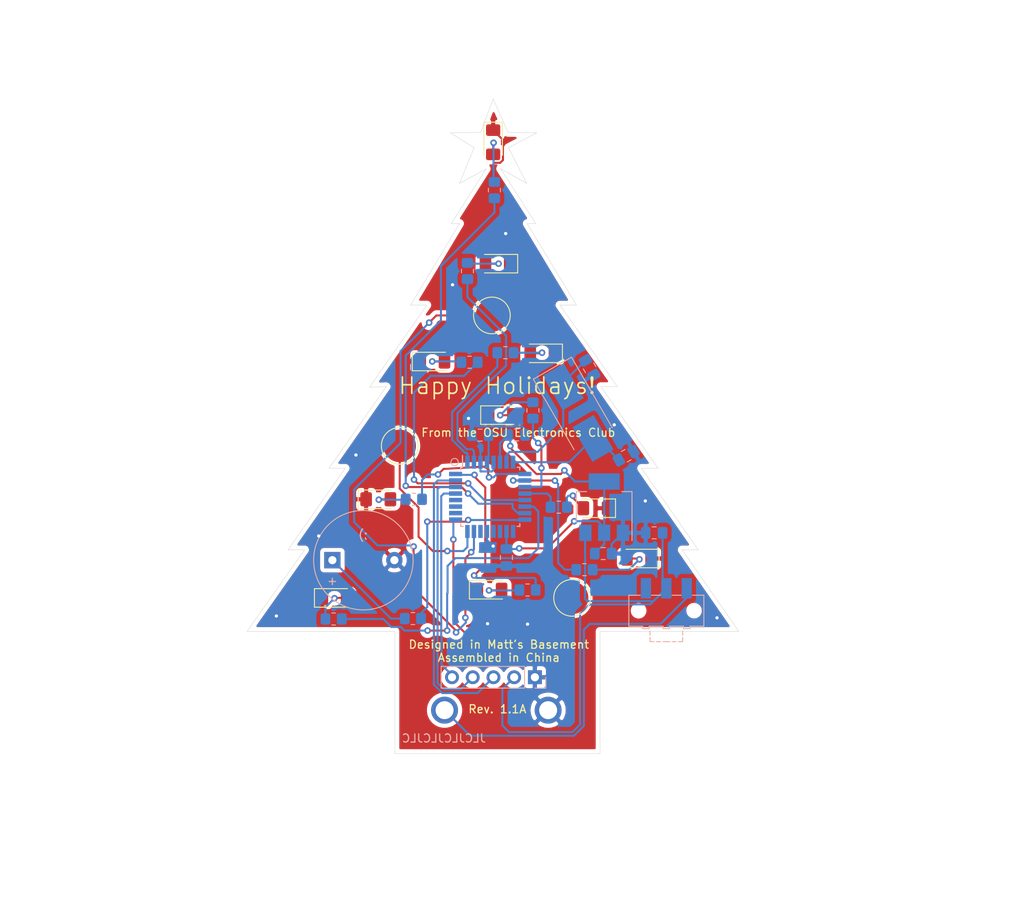
<source format=kicad_pcb>
(kicad_pcb (version 20171130) (host pcbnew "(5.1.12-1-10_14)")
  (layers (0 F.Cu signal) (31 B.Cu signal hide) (34 B.Paste user hide) (35 F.Paste user hide) (36 B.SilkS user) (37 F.SilkS user hide) (38 B.Mask user hide) (39 F.Mask user hide) (44 Edge.Cuts user))
  (net 0 "")
  (net 1 "Net-(BT1-Pad1)")
  (net 2 GND)
  (net 3 "Net-(BZ1-Pad1)")
  (net 4 VCC)
  (net 5 +5V)
  (net 6 "Net-(C6-Pad2)")
  (net 7 "Net-(C7-Pad2)")
  (net 8 "Net-(D1-Pad2)")
  (net 9 "Net-(D2-Pad2)")
  (net 10 "Net-(D3-Pad2)")
  (net 11 "Net-(D4-Pad2)")
  (net 12 "Net-(D5-Pad2)")
  (net 13 "Net-(D6-Pad2)")
  (net 14 "Net-(D7-Pad2)")
  (net 15 "Net-(D8-Pad2)")
  (net 16 "Net-(D9-Pad2)")
  (net 17 "Net-(D10-Pad2)")
  (net 18 /328_RX)
  (net 19 /328_TX)
  (net 20 /RESET)
  (net 21 /D11MOSI)
  (net 22 /D10)
  (net 23 /D9)
  (net 24 /D8)
  (net 25 /D7)
  (net 26 /D6)
  (net 27 /D5)
  (net 28 /D4)
  (net 29 /D3)
  (net 30 /D2)
  (net 31 /D12MISO)
  (net 32 /D13SCK)
  (net 33 "Net-(U3-Pad19)")
  (net 34 "Net-(U3-Pad20)")
  (net 35 "Net-(U3-Pad22)")
  (net 36 /D14)
  (net 37 /D15)
  (net 38 /D16)
  (net 39 /D17)
  (net 40 /D18)
  (net 41 /D19)
  (module Crystal:Crystal_SMD_7050-2Pin_7.0x5.0mm_HandSoldering (layer B.Cu) (at 192.3834 91.276207 300)
    (fp_text reference Y1 hide)
    (fp_text value 16MHz)
    (pad 2 smd rect (at 3.65 0 300) (size 4.9 3) (layers B.Cu B.Paste B.Mask) (net 7 "Net-(C7-Pad2)"))
    (pad 1 smd rect (at -3.65 0 300) (size 4.9 3) (layers B.Cu B.Paste B.Mask) (net 6 "Net-(C6-Pad2)"))
  )
  (module "Electronics Club:9V Snap" (layer B.Cu) (at 173.4693 125.2347)
    (fp_text reference BT1 hide)
    (fp_text value "9V Battery")
    (pad 1 thru_hole circle (at 2.54 2.54) (size 3.3 3.3) (drill 2.2) (layers *.Cu *.Mask) (net 1 "Net-(BT1-Pad1)"))
    (pad 2 thru_hole circle (at 15.24 2.54) (size 3.3 3.3) (drill 2.2) (layers *.Cu *.Mask) (net 2 GND))
  )
  (module Buzzer_Beeper:Buzzer_12x9.5RM7.6 (layer B.Cu) (at 162.2552 109.3724)
    (fp_text reference BZ1 hide)
    (fp_text value Buzzer)
    (fp_text user + (at -0.01 2.54) (layer B.SilkS) (effects (justify mirror)))
    (pad 1 thru_hole rect (at 0 0) (size 2 2) (drill 1) (layers *.Cu *.Mask) (net 3 "Net-(BZ1-Pad1)"))
    (pad 2 thru_hole circle (at 7.6 0) (size 2 2) (drill 1) (layers *.Cu *.Mask) (net 2 GND))
  )
  (module Capacitor_SMD:C_0805_2012Metric_Pad1.18x1.45mm_HandSolder (layer B.Cu) (at 201.7053 106.0196 180)
    (fp_text reference C1 hide)
    (fp_text value 1uF)
    (pad 2 smd roundrect (at 1.0375 0 180) (size 1.175 1.45) (layers B.Cu B.Paste B.Mask) (roundrect_rratio 0.2127659574468085) (net 2 GND))
    (pad 1 smd roundrect (at -1.0375 0 180) (size 1.175 1.45) (layers B.Cu B.Paste B.Mask) (roundrect_rratio 0.2127659574468085) (net 4 VCC))
  )
  (module Capacitor_SMD:C_0805_2012Metric_Pad1.18x1.45mm_HandSolder (layer B.Cu) (at 195.4569 108.5596)
    (fp_text reference C2 hide)
    (fp_text value 4.7uF)
    (pad 1 smd roundrect (at -1.0375 0) (size 1.175 1.45) (layers B.Cu B.Paste B.Mask) (roundrect_rratio 0.2127659574468085) (net 5 +5V))
    (pad 2 smd roundrect (at 1.0375 0) (size 1.175 1.45) (layers B.Cu B.Paste B.Mask) (roundrect_rratio 0.2127659574468085) (net 2 GND))
  )
  (module Capacitor_SMD:C_0805_2012Metric_Pad1.18x1.45mm_HandSolder (layer B.Cu) (at 184.8358 94.0054)
    (fp_text reference C3 hide)
    (fp_text value 1uF)
    (pad 2 smd roundrect (at 1.0375 0) (size 1.175 1.45) (layers B.Cu B.Paste B.Mask) (roundrect_rratio 0.2127659574468085) (net 2 GND))
    (pad 1 smd roundrect (at -1.0375 0) (size 1.175 1.45) (layers B.Cu B.Paste B.Mask) (roundrect_rratio 0.2127659574468085) (net 5 +5V))
  )
  (module Capacitor_SMD:C_0805_2012Metric_Pad1.18x1.45mm_HandSolder (layer B.Cu) (at 183.5912 109.0461 270)
    (fp_text reference C4 hide)
    (fp_text value 1uF)
    (pad 1 smd roundrect (at -1.0375 0 270) (size 1.175 1.45) (layers B.Cu B.Paste B.Mask) (roundrect_rratio 0.2127659574468085) (net 5 +5V))
    (pad 2 smd roundrect (at 1.0375 0 270) (size 1.175 1.45) (layers B.Cu B.Paste B.Mask) (roundrect_rratio 0.2127659574468085) (net 2 GND))
  )
  (module Capacitor_SMD:C_0805_2012Metric_Pad1.18x1.45mm_HandSolder (layer B.Cu) (at 180.3693 94.0308 180)
    (fp_text reference C5 hide)
    (fp_text value 1uF)
    (pad 2 smd roundrect (at 1.0375 0 180) (size 1.175 1.45) (layers B.Cu B.Paste B.Mask) (roundrect_rratio 0.2127659574468085) (net 2 GND))
    (pad 1 smd roundrect (at -1.0375 0 180) (size 1.175 1.45) (layers B.Cu B.Paste B.Mask) (roundrect_rratio 0.2127659574468085) (net 5 +5V))
  )
  (module Capacitor_SMD:C_0805_2012Metric_Pad1.18x1.45mm_HandSolder (layer B.Cu) (at 193.79125 85.766299 120)
    (fp_text reference C6 hide)
    (fp_text value 18pF)
    (pad 1 smd roundrect (at -1.0375 0 120) (size 1.175 1.45) (layers B.Cu B.Paste B.Mask) (roundrect_rratio 0.2127659574468085) (net 2 GND))
    (pad 2 smd roundrect (at 1.0375 0 120) (size 1.175 1.45) (layers B.Cu B.Paste B.Mask) (roundrect_rratio 0.2127659574468085) (net 6 "Net-(C6-Pad2)"))
  )
  (module Capacitor_SMD:C_0805_2012Metric_Pad1.18x1.45mm_HandSolder (layer B.Cu) (at 198.275599 96.55615 210)
    (fp_text reference C7 hide)
    (fp_text value 18pF)
    (pad 1 smd roundrect (at -1.0375 0 210) (size 1.175 1.45) (layers B.Cu B.Paste B.Mask) (roundrect_rratio 0.2127659574468085) (net 2 GND))
    (pad 2 smd roundrect (at 1.0375 0 210) (size 1.175 1.45) (layers B.Cu B.Paste B.Mask) (roundrect_rratio 0.2127659574468085) (net 7 "Net-(C7-Pad2)"))
  )
  (module LED_SMD:LED_1206_3216Metric_Pad1.42x1.75mm_HandSolder (layer F.Cu) (at 181.9656 58.1009 270)
    (fp_text reference D1 hide)
    (fp_text value STAR_LED)
    (pad 1 smd roundrect (at -1.4875 0 270) (size 1.425 1.75) (layers F.Cu F.Paste F.Mask) (roundrect_rratio 0.1754385964912281) (net 2 GND))
    (pad 2 smd roundrect (at 1.4875 0 270) (size 1.425 1.75) (layers F.Cu F.Paste F.Mask) (roundrect_rratio 0.1754385964912281) (net 8 "Net-(D1-Pad2)"))
  )
  (module LED_SMD:LED_1206_3216Metric_Pad1.42x1.75mm_HandSolder (layer F.Cu) (at 162.5125 114)
    (fp_text reference D2 hide)
    (fp_text value LED_Y)
    (pad 2 smd roundrect (at 1.4875 0) (size 1.425 1.75) (layers F.Cu F.Paste F.Mask) (roundrect_rratio 0.1754385964912281) (net 9 "Net-(D2-Pad2)"))
    (pad 1 smd roundrect (at -1.4875 0) (size 1.425 1.75) (layers F.Cu F.Paste F.Mask) (roundrect_rratio 0.1754385964912281) (net 2 GND))
  )
  (module LED_SMD:LED_1206_3216Metric_Pad1.42x1.75mm_HandSolder (layer F.Cu) (at 174.5125 85)
    (fp_text reference D3 hide)
    (fp_text value LED_Y)
    (pad 1 smd roundrect (at -1.4875 0) (size 1.425 1.75) (layers F.Cu F.Paste F.Mask) (roundrect_rratio 0.1754385964912281) (net 2 GND))
    (pad 2 smd roundrect (at 1.4875 0) (size 1.425 1.75) (layers F.Cu F.Paste F.Mask) (roundrect_rratio 0.1754385964912281) (net 10 "Net-(D3-Pad2)"))
  )
  (module LED_SMD:LED_1206_3216Metric_Pad1.42x1.75mm_HandSolder (layer F.Cu) (at 194.5125 103 180)
    (fp_text reference D4 hide)
    (fp_text value LED_Y hide)
    (pad 2 smd roundrect (at 1.4875 0 180) (size 1.425 1.75) (layers F.Cu F.Paste F.Mask) (roundrect_rratio 0.1754385964912281) (net 11 "Net-(D4-Pad2)"))
    (pad 1 smd roundrect (at -1.4875 0 180) (size 1.425 1.75) (layers F.Cu F.Paste F.Mask) (roundrect_rratio 0.1754385964912281) (net 2 GND))
  )
  (module LED_SMD:LED_1206_3216Metric_Pad1.42x1.75mm_HandSolder (layer F.Cu) (at 182.9001 91.5776)
    (fp_text reference D5 hide)
    (fp_text value LED_R)
    (pad 1 smd roundrect (at -1.4875 0) (size 1.425 1.75) (layers F.Cu F.Paste F.Mask) (roundrect_rratio 0.1754385964912281) (net 2 GND))
    (pad 2 smd roundrect (at 1.4875 0) (size 1.425 1.75) (layers F.Cu F.Paste F.Mask) (roundrect_rratio 0.1754385964912281) (net 12 "Net-(D5-Pad2)"))
  )
  (module LED_SMD:LED_1206_3216Metric_Pad1.42x1.75mm_HandSolder (layer F.Cu) (at 199.8472 109.1692 180)
    (fp_text reference D6 hide)
    (fp_text value LED_R)
    (pad 2 smd roundrect (at 1.4875 0 180) (size 1.425 1.75) (layers F.Cu F.Paste F.Mask) (roundrect_rratio 0.1754385964912281) (net 13 "Net-(D6-Pad2)"))
    (pad 1 smd roundrect (at -1.4875 0 180) (size 1.425 1.75) (layers F.Cu F.Paste F.Mask) (roundrect_rratio 0.1754385964912281) (net 2 GND))
  )
  (module LED_SMD:LED_1206_3216Metric_Pad1.42x1.75mm_HandSolder (layer F.Cu) (at 167.8797 101.9048)
    (fp_text reference D7 hide)
    (fp_text value LED_G)
    (pad 1 smd roundrect (at -1.4875 0) (size 1.425 1.75) (layers F.Cu F.Paste F.Mask) (roundrect_rratio 0.1754385964912281) (net 2 GND))
    (pad 2 smd roundrect (at 1.4875 0) (size 1.425 1.75) (layers F.Cu F.Paste F.Mask) (roundrect_rratio 0.1754385964912281) (net 14 "Net-(D7-Pad2)"))
  )
  (module LED_SMD:LED_1206_3216Metric_Pad1.42x1.75mm_HandSolder (layer F.Cu) (at 182.5125 73 180)
    (fp_text reference D8 hide)
    (fp_text value LED_G)
    (pad 2 smd roundrect (at 1.4875 0 180) (size 1.425 1.75) (layers F.Cu F.Paste F.Mask) (roundrect_rratio 0.1754385964912281) (net 15 "Net-(D8-Pad2)"))
    (pad 1 smd roundrect (at -1.4875 0 180) (size 1.425 1.75) (layers F.Cu F.Paste F.Mask) (roundrect_rratio 0.1754385964912281) (net 2 GND))
  )
  (module LED_SMD:LED_1206_3216Metric_Pad1.42x1.75mm_HandSolder (layer F.Cu) (at 188 84 180)
    (fp_text reference D9 hide)
    (fp_text value LED_B)
    (pad 1 smd roundrect (at -1.4875 0 180) (size 1.425 1.75) (layers F.Cu F.Paste F.Mask) (roundrect_rratio 0.1754385964912281) (net 2 GND))
    (pad 2 smd roundrect (at 1.4875 0 180) (size 1.425 1.75) (layers F.Cu F.Paste F.Mask) (roundrect_rratio 0.1754385964912281) (net 16 "Net-(D9-Pad2)"))
  )
  (module LED_SMD:LED_1206_3216Metric_Pad1.42x1.75mm_HandSolder (layer F.Cu) (at 181.5125 113)
    (fp_text reference D10 hide)
    (fp_text value LED_B)
    (pad 2 smd roundrect (at 1.4875 0) (size 1.425 1.75) (layers F.Cu F.Paste F.Mask) (roundrect_rratio 0.1754385964912281) (net 17 "Net-(D10-Pad2)"))
    (pad 1 smd roundrect (at -1.4875 0) (size 1.425 1.75) (layers F.Cu F.Paste F.Mask) (roundrect_rratio 0.1754385964912281) (net 2 GND))
  )
  (module Resistor_SMD:R_0805_2012Metric_Pad1.20x1.40mm_HandSolder (layer B.Cu) (at 182.118 63.9732 90)
    (fp_text reference R1 hide)
    (fp_text value 100)
    (pad 1 smd roundrect (at -1 0 90) (size 1.2 1.4) (layers B.Cu B.Paste B.Mask) (roundrect_rratio 0.2083325) (net 21 /D11MOSI))
    (pad 2 smd roundrect (at 1 0 90) (size 1.2 1.4) (layers B.Cu B.Paste B.Mask) (roundrect_rratio 0.2083325) (net 8 "Net-(D1-Pad2)"))
  )
  (module Resistor_SMD:R_0805_2012Metric_Pad1.20x1.40mm_HandSolder (layer B.Cu) (at 162.4076 116.586 180)
    (fp_text reference R2 hide)
    (fp_text value 100)
    (pad 2 smd roundrect (at 1 0 180) (size 1.2 1.4) (layers B.Cu B.Paste B.Mask) (roundrect_rratio 0.2083325) (net 9 "Net-(D2-Pad2)"))
    (pad 1 smd roundrect (at -1 0 180) (size 1.2 1.4) (layers B.Cu B.Paste B.Mask) (roundrect_rratio 0.2083325) (net 22 /D10))
  )
  (module Resistor_SMD:R_0805_2012Metric_Pad1.20x1.40mm_HandSolder (layer B.Cu) (at 179.07 85.09 180)
    (fp_text reference R3 hide)
    (fp_text value 100)
    (pad 1 smd roundrect (at -1 0 180) (size 1.2 1.4) (layers B.Cu B.Paste B.Mask) (roundrect_rratio 0.2083325) (net 23 /D9))
    (pad 2 smd roundrect (at 1 0 180) (size 1.2 1.4) (layers B.Cu B.Paste B.Mask) (roundrect_rratio 0.2083325) (net 10 "Net-(D3-Pad2)"))
  )
  (module Resistor_SMD:R_0805_2012Metric_Pad1.20x1.40mm_HandSolder (layer B.Cu) (at 190.008 102.87)
    (fp_text reference R4 hide)
    (fp_text value 100)
    (pad 2 smd roundrect (at 1 0) (size 1.2 1.4) (layers B.Cu B.Paste B.Mask) (roundrect_rratio 0.2083325) (net 11 "Net-(D4-Pad2)"))
    (pad 1 smd roundrect (at -1 0) (size 1.2 1.4) (layers B.Cu B.Paste B.Mask) (roundrect_rratio 0.2083325) (net 24 /D8))
  )
  (module Resistor_SMD:R_0805_2012Metric_Pad1.20x1.40mm_HandSolder (layer B.Cu) (at 186.8424 90.9988 90)
    (fp_text reference R5 hide)
    (fp_text value 1k)
    (pad 1 smd roundrect (at -1 0 90) (size 1.2 1.4) (layers B.Cu B.Paste B.Mask) (roundrect_rratio 0.2083325) (net 25 /D7))
    (pad 2 smd roundrect (at 1 0 90) (size 1.2 1.4) (layers B.Cu B.Paste B.Mask) (roundrect_rratio 0.2083325) (net 12 "Net-(D5-Pad2)"))
  )
  (module Resistor_SMD:R_0805_2012Metric_Pad1.20x1.40mm_HandSolder (layer B.Cu) (at 193.1576 110.5408)
    (fp_text reference R6 hide)
    (fp_text value 1k)
    (pad 2 smd roundrect (at 1 0) (size 1.2 1.4) (layers B.Cu B.Paste B.Mask) (roundrect_rratio 0.2083325) (net 13 "Net-(D6-Pad2)"))
    (pad 1 smd roundrect (at -1 0) (size 1.2 1.4) (layers B.Cu B.Paste B.Mask) (roundrect_rratio 0.2083325) (net 26 /D6))
  )
  (module Resistor_SMD:R_0805_2012Metric_Pad1.20x1.40mm_HandSolder (layer B.Cu) (at 172.2468 101.9048 180)
    (fp_text reference R7 hide)
    (fp_text value 4.7k)
    (pad 1 smd roundrect (at -1 0 180) (size 1.2 1.4) (layers B.Cu B.Paste B.Mask) (roundrect_rratio 0.2083325) (net 27 /D5))
    (pad 2 smd roundrect (at 1 0 180) (size 1.2 1.4) (layers B.Cu B.Paste B.Mask) (roundrect_rratio 0.2083325) (net 14 "Net-(D7-Pad2)"))
  )
  (module Resistor_SMD:R_0805_2012Metric_Pad1.20x1.40mm_HandSolder (layer B.Cu) (at 178.816 73.898 90)
    (fp_text reference R8 hide)
    (fp_text value 4.7k)
    (pad 2 smd roundrect (at 1 0 90) (size 1.2 1.4) (layers B.Cu B.Paste B.Mask) (roundrect_rratio 0.2083325) (net 15 "Net-(D8-Pad2)"))
    (pad 1 smd roundrect (at -1 0 90) (size 1.2 1.4) (layers B.Cu B.Paste B.Mask) (roundrect_rratio 0.2083325) (net 28 /D4))
  )
  (module Resistor_SMD:R_0805_2012Metric_Pad1.20x1.40mm_HandSolder (layer B.Cu) (at 183.4736 83.9216)
    (fp_text reference R9 hide)
    (fp_text value 330)
    (pad 1 smd roundrect (at -1 0) (size 1.2 1.4) (layers B.Cu B.Paste B.Mask) (roundrect_rratio 0.2083325) (net 29 /D3))
    (pad 2 smd roundrect (at 1 0) (size 1.2 1.4) (layers B.Cu B.Paste B.Mask) (roundrect_rratio 0.2083325) (net 16 "Net-(D9-Pad2)"))
  )
  (module Resistor_SMD:R_0805_2012Metric_Pad1.20x1.40mm_HandSolder (layer B.Cu) (at 186.182 113.03 180)
    (fp_text reference R10 hide)
    (fp_text value 330)
    (pad 2 smd roundrect (at 1 0 180) (size 1.2 1.4) (layers B.Cu B.Paste B.Mask) (roundrect_rratio 0.2083325) (net 17 "Net-(D10-Pad2)"))
    (pad 1 smd roundrect (at -1 0 180) (size 1.2 1.4) (layers B.Cu B.Paste B.Mask) (roundrect_rratio 0.2083325) (net 30 /D2))
  )
  (module Resistor_SMD:R_0805_2012Metric_Pad1.20x1.40mm_HandSolder (layer B.Cu) (at 172.1264 116.5352 180)
    (fp_text reference R11 hide)
    (fp_text value 100)
    (pad 1 smd roundrect (at -1 0 180) (size 1.2 1.4) (layers B.Cu B.Paste B.Mask) (roundrect_rratio 0.2083325) (net 31 /D12MISO))
    (pad 2 smd roundrect (at 1 0 180) (size 1.2 1.4) (layers B.Cu B.Paste B.Mask) (roundrect_rratio 0.2083325) (net 3 "Net-(BZ1-Pad1)"))
  )
  (module Button_Switch_SMD:SW_SPDT_CK-JS102011SAQN (layer B.Cu) (at 203.2 115.57 180)
    (fp_text reference SW1 hide)
    (fp_text value "Power Switch")
    (pad 1 smd rect (at -2.5 2.75 180) (size 1.25 2.5) (layers B.Cu B.Paste B.Mask) (net 1 "Net-(BT1-Pad1)"))
    (pad 2 smd rect (at 0 2.75 180) (size 1.25 2.5) (layers B.Cu B.Paste B.Mask) (net 4 VCC))
    (pad 3 smd rect (at 2.5 2.75 180) (size 1.25 2.5) (layers B.Cu B.Paste B.Mask))
    (pad "" np_thru_hole circle (at -3.4 0 180) (size 0.9 0.9) (drill 0.9) (layers *.Cu *.Mask))
    (pad "" np_thru_hole circle (at 3.4 0 180) (size 0.9 0.9) (drill 0.9) (layers *.Cu *.Mask))
  )
  (module Package_TO_SOT_SMD:SOT-223-3_TabPin2 (layer B.Cu) (at 195.58 102.87 90)
    (fp_text reference U2 hide)
    (fp_text value LD1117S50TR_SOT223)
    (pad 2 smd rect (at 3.15 0 90) (size 2 3.8) (layers B.Cu B.Paste B.Mask) (net 5 +5V))
    (pad 2 smd rect (at -3.15 0 90) (size 2 1.5) (layers B.Cu B.Paste B.Mask) (net 5 +5V))
    (pad 3 smd rect (at -3.15 -2.3 90) (size 2 1.5) (layers B.Cu B.Paste B.Mask) (net 4 VCC))
    (pad 1 smd rect (at -3.15 2.3 90) (size 2 1.5) (layers B.Cu B.Paste B.Mask) (net 2 GND))
  )
  (module Package_QFP:TQFP-32_7x7mm_P0.8mm (layer B.Cu) (at 181.61 101.6 270)
    (fp_text reference U3 hide)
    (fp_text value ATmega328P-AU)
    (pad 1 smd rect (at -4.25 2.8 270) (size 1.6 0.55) (layers B.Cu B.Paste B.Mask) (net 29 /D3))
    (pad 2 smd rect (at -4.25 2 270) (size 1.6 0.55) (layers B.Cu B.Paste B.Mask) (net 28 /D4))
    (pad 3 smd rect (at -4.25 1.2 270) (size 1.6 0.55) (layers B.Cu B.Paste B.Mask) (net 2 GND))
    (pad 4 smd rect (at -4.25 0.4 270) (size 1.6 0.55) (layers B.Cu B.Paste B.Mask) (net 5 +5V))
    (pad 5 smd rect (at -4.25 -0.4 270) (size 1.6 0.55) (layers B.Cu B.Paste B.Mask) (net 2 GND))
    (pad 6 smd rect (at -4.25 -1.2 270) (size 1.6 0.55) (layers B.Cu B.Paste B.Mask) (net 5 +5V))
    (pad 7 smd rect (at -4.25 -2 270) (size 1.6 0.55) (layers B.Cu B.Paste B.Mask) (net 6 "Net-(C6-Pad2)"))
    (pad 8 smd rect (at -4.25 -2.8 270) (size 1.6 0.55) (layers B.Cu B.Paste B.Mask) (net 7 "Net-(C7-Pad2)"))
    (pad 9 smd rect (at -2.8 -4.25 180) (size 1.6 0.55) (layers B.Cu B.Paste B.Mask) (net 27 /D5))
    (pad 10 smd rect (at -2 -4.25 180) (size 1.6 0.55) (layers B.Cu B.Paste B.Mask) (net 26 /D6))
    (pad 11 smd rect (at -1.2 -4.25 180) (size 1.6 0.55) (layers B.Cu B.Paste B.Mask) (net 25 /D7))
    (pad 12 smd rect (at -0.4 -4.25 180) (size 1.6 0.55) (layers B.Cu B.Paste B.Mask) (net 24 /D8))
    (pad 13 smd rect (at 0.4 -4.25 180) (size 1.6 0.55) (layers B.Cu B.Paste B.Mask) (net 23 /D9))
    (pad 14 smd rect (at 1.2 -4.25 180) (size 1.6 0.55) (layers B.Cu B.Paste B.Mask) (net 22 /D10))
    (pad 15 smd rect (at 2 -4.25 180) (size 1.6 0.55) (layers B.Cu B.Paste B.Mask) (net 21 /D11MOSI))
    (pad 16 smd rect (at 2.8 -4.25 180) (size 1.6 0.55) (layers B.Cu B.Paste B.Mask) (net 31 /D12MISO))
    (pad 17 smd rect (at 4.25 -2.8 270) (size 1.6 0.55) (layers B.Cu B.Paste B.Mask) (net 32 /D13SCK))
    (pad 18 smd rect (at 4.25 -2 270) (size 1.6 0.55) (layers B.Cu B.Paste B.Mask) (net 5 +5V))
    (pad 19 smd rect (at 4.25 -1.2 270) (size 1.6 0.55) (layers B.Cu B.Paste B.Mask) (net 33 "Net-(U3-Pad19)"))
    (pad 20 smd rect (at 4.25 -0.4 270) (size 1.6 0.55) (layers B.Cu B.Paste B.Mask) (net 34 "Net-(U3-Pad20)"))
    (pad 21 smd rect (at 4.25 0.4 270) (size 1.6 0.55) (layers B.Cu B.Paste B.Mask) (net 2 GND))
    (pad 22 smd rect (at 4.25 1.2 270) (size 1.6 0.55) (layers B.Cu B.Paste B.Mask) (net 35 "Net-(U3-Pad22)"))
    (pad 23 smd rect (at 4.25 2 270) (size 1.6 0.55) (layers B.Cu B.Paste B.Mask) (net 36 /D14))
    (pad 24 smd rect (at 4.25 2.8 270) (size 1.6 0.55) (layers B.Cu B.Paste B.Mask) (net 37 /D15))
    (pad 25 smd rect (at 2.8 4.25 180) (size 1.6 0.55) (layers B.Cu B.Paste B.Mask) (net 38 /D16))
    (pad 26 smd rect (at 2 4.25 180) (size 1.6 0.55) (layers B.Cu B.Paste B.Mask) (net 39 /D17))
    (pad 27 smd rect (at 1.2 4.25 180) (size 1.6 0.55) (layers B.Cu B.Paste B.Mask) (net 40 /D18))
    (pad 28 smd rect (at 0.4 4.25 180) (size 1.6 0.55) (layers B.Cu B.Paste B.Mask) (net 41 /D19))
    (pad 29 smd rect (at -0.4 4.25 180) (size 1.6 0.55) (layers B.Cu B.Paste B.Mask) (net 20 /RESET))
    (pad 30 smd rect (at -1.2 4.25 180) (size 1.6 0.55) (layers B.Cu B.Paste B.Mask) (net 18 /328_RX))
    (pad 31 smd rect (at -2 4.25 180) (size 1.6 0.55) (layers B.Cu B.Paste B.Mask) (net 19 /328_TX))
    (pad 32 smd rect (at -2.8 4.25 180) (size 1.6 0.55) (layers B.Cu B.Paste B.Mask) (net 30 /D2))
  )
  (module TestPoint:TestPoint_Pad_D4.0mm (layer F.Cu) (at 181.8132 79.3496)
    (fp_text reference TP1 hide)
    (fp_text value TestPoint)
    (pad 1 smd circle (at 0 0) (size 4 4) (layers F.Cu F.Mask) (net 36 /D14))
  )
  (module TestPoint:TestPoint_Pad_D4.0mm (layer F.Cu) (at 170.5102 95.3516)
    (fp_text reference TP2 hide)
    (fp_text value TestPoint)
    (pad 1 smd circle (at 0 0) (size 4 4) (layers F.Cu F.Mask) (net 37 /D15))
  )
  (module TestPoint:TestPoint_Pad_D4.0mm (layer F.Cu) (at 191.643 113.9952)
    (fp_text reference TP3 hide)
    (fp_text value TestPoint)
    (pad 1 smd circle (at 0 0) (size 4 4) (layers F.Cu F.Mask) (net 38 /D16))
  )
  (module Connector_PinHeader_2.54mm:PinHeader_1x05_P2.54mm_Vertical (layer B.Cu) (at 187.0837 123.7361 90)
    (fp_text reference J1 hide)
    (fp_text value Conn_01x05_Female)
    (pad 1 thru_hole rect (at 0 0 90) (size 1.7 1.7) (drill 1) (layers *.Cu *.Mask) (net 2 GND))
    (pad 2 thru_hole oval (at 0 -2.54 90) (size 1.7 1.7) (drill 1) (layers *.Cu *.Mask) (net 4 VCC))
    (pad 3 thru_hole oval (at 0 -5.08 90) (size 1.7 1.7) (drill 1) (layers *.Cu *.Mask) (net 19 /328_TX))
    (pad 4 thru_hole oval (at 0 -7.62 90) (size 1.7 1.7) (drill 1) (layers *.Cu *.Mask) (net 18 /328_RX))
    (pad 5 thru_hole oval (at 0 -10.16 90) (size 1.7 1.7) (drill 1) (layers *.Cu *.Mask) (net 20 /RESET))
  )
  (gr_text "Rev. 1.1A" (at 182.4863 127.6477) (layer F.SilkS) (effects (font (size 1 1))))
  (gr_text "Happy Holidays!" (at 182.4609 87.9856) (layer F.SilkS) (effects (font (size 2 2) (thickness 0.2))))
  (gr_circle (center 177.2412 97.3328) (end 177.6349 97.1296) (layer B.SilkS) (width 0.12))
  (gr_text JLCJLCJLCJLC (at 175.9331 131.2291) (layer B.SilkS) (effects (font (size 1 1)) (justify mirror)))
  (gr_line (start 176.8348 68.072) (end 181.1147 61.3664) (layer Edge.Cuts) (width 0.05))
  (gr_line (start 177.8508 63.1444) (end 181.1147 61.3664) (layer Edge.Cuts) (width 0.05))
  (gr_line (start 182.88 61.3537) (end 186.0804 63.1444) (layer Edge.Cuts) (width 0.05))
  (gr_line (start 187.198 68.072) (end 182.88 61.3537) (layer Edge.Cuts) (width 0.05))
  (gr_text ";)" (at 166.0144 106.2228) (layer B.SilkS) (effects (font (size 1 1)) (justify mirror)))
  (gr_text "Designed in Matt's Basement\nAssembled in China" (at 182.6641 120.523) (layer F.SilkS) (effects (font (size 1 1))))
  (gr_text "From the OSU Electronics Club" (at 185.0517 93.726) (layer F.SilkS) (effects (font (size 1 1))))
  (gr_line (start 169.926 118.11) (end 169.926 133.096) (layer Edge.Cuts) (width 0.05))
  (gr_line (start 151.7904 118.11) (end 169.926 118.11) (layer Edge.Cuts) (width 0.05))
  (gr_line (start 158.8516 108.1024) (end 151.7904 118.11) (layer Edge.Cuts) (width 0.05))
  (gr_line (start 156.8196 108.1024) (end 158.8516 108.1024) (layer Edge.Cuts) (width 0.05))
  (gr_line (start 163.83 98.0948) (end 156.8196 108.1024) (layer Edge.Cuts) (width 0.05))
  (gr_line (start 161.8488 98.0948) (end 163.83 98.0948) (layer Edge.Cuts) (width 0.05))
  (gr_line (start 168.8592 88.0872) (end 161.8488 98.0948) (layer Edge.Cuts) (width 0.05))
  (gr_line (start 166.8272 88.138) (end 168.8592 88.0872) (layer Edge.Cuts) (width 0.05))
  (gr_line (start 173.8376 78.0796) (end 166.8272 88.138) (layer Edge.Cuts) (width 0.05))
  (gr_line (start 171.8564 78.0796) (end 173.8376 78.0796) (layer Edge.Cuts) (width 0.05))
  (gr_line (start 177.8508 68.072) (end 171.8564 78.0796) (layer Edge.Cuts) (width 0.05))
  (gr_line (start 176.8348 68.072) (end 177.8508 68.072) (layer Edge.Cuts) (width 0.05))
  (gr_line (start 179.6288 58.7756) (end 177.8508 63.1444) (layer Edge.Cuts) (width 0.05))
  (gr_line (start 176.7332 56.9468) (end 179.6288 58.7756) (layer Edge.Cuts) (width 0.05))
  (gr_line (start 180.4416 56.896) (end 176.7332 56.9468) (layer Edge.Cuts) (width 0.05))
  (gr_line (start 181.9656 52.7812) (end 180.4416 56.896) (layer Edge.Cuts) (width 0.05))
  (gr_line (start 183.7944 56.896) (end 181.9656 52.7812) (layer Edge.Cuts) (width 0.05))
  (gr_line (start 187.2996 56.9468) (end 183.7944 56.896) (layer Edge.Cuts) (width 0.05))
  (gr_line (start 183.8452 58.7756) (end 187.2996 56.9468) (layer Edge.Cuts) (width 0.05))
  (gr_line (start 186.0804 63.1444) (end 183.8452 58.7756) (layer Edge.Cuts) (width 0.05))
  (gr_line (start 186.1312 68.072) (end 187.198 68.072) (layer Edge.Cuts) (width 0.05))
  (gr_line (start 192.1764 78.0796) (end 186.1312 68.072) (layer Edge.Cuts) (width 0.05))
  (gr_line (start 190.1444 78.0796) (end 192.1764 78.0796) (layer Edge.Cuts) (width 0.05))
  (gr_line (start 197.2056 88.0872) (end 190.1444 78.0796) (layer Edge.Cuts) (width 0.05))
  (gr_line (start 195.1736 88.0872) (end 197.2056 88.0872) (layer Edge.Cuts) (width 0.05))
  (gr_line (start 202.184 98.0948) (end 195.1736 88.0872) (layer Edge.Cuts) (width 0.05))
  (gr_line (start 200.152 98.0948) (end 202.184 98.0948) (layer Edge.Cuts) (width 0.05))
  (gr_line (start 207.1116 108.1024) (end 200.152 98.0948) (layer Edge.Cuts) (width 0.05))
  (gr_line (start 205.1304 108.1024) (end 207.1116 108.1024) (layer Edge.Cuts) (width 0.05))
  (gr_line (start 212.09 118.11) (end 205.1304 108.1024) (layer Edge.Cuts) (width 0.05))
  (gr_line (start 195.072 118.11) (end 212.09 118.11) (layer Edge.Cuts) (width 0.05))
  (gr_line (start 195.072 133.096) (end 195.072 118.11) (layer Edge.Cuts) (width 0.05))
  (gr_line (start 169.926 133.096) (end 195.072 133.096) (layer Edge.Cuts) (width 0.05))
  (segment (start 205.7 112.82) (end 205.7 113.832) (width 0.25) (layer B.Cu) (net 1))
  (segment (start 193.0908 129.6924) (end 191.8716 130.9116) (width 0.25) (layer B.Cu) (net 1))
  (segment (start 193.0908 117.9068) (end 193.0908 129.6924) (width 0.25) (layer B.Cu) (net 1))
  (segment (start 193.802 117.1956) (end 193.0908 117.9068) (width 0.25) (layer B.Cu) (net 1))
  (segment (start 179.1462 130.9116) (end 176.0093 127.7747) (width 0.25) (layer B.Cu) (net 1))
  (segment (start 191.8716 130.9116) (end 179.1462 130.9116) (width 0.25) (layer B.Cu) (net 1))
  (segment (start 202.4888 117.1956) (end 193.802 117.1956) (width 0.25) (layer B.Cu) (net 1))
  (segment (start 205.7 113.9844) (end 202.4888 117.1956) (width 0.25) (layer B.Cu) (net 1))
  (segment (start 205.7 112.82) (end 205.7 113.9844) (width 0.25) (layer B.Cu) (net 1))
  (segment (start 197.8804 106.0196) (end 197.88 106.02) (width 0.25) (layer B.Cu) (net 2))
  (segment (start 200.6678 106.0196) (end 197.8804 106.0196) (width 0.25) (layer B.Cu) (net 2))
  (segment (start 196.4944 107.4056) (end 197.88 106.02) (width 0.25) (layer B.Cu) (net 2))
  (segment (start 196.4944 108.5596) (end 196.4944 107.4056) (width 0.25) (layer B.Cu) (net 2))
  (segment (start 180.41 95.109) (end 179.3318 94.0308) (width 0.25) (layer B.Cu) (net 2))
  (segment (start 180.41 97.35) (end 180.41 95.109) (width 0.25) (layer B.Cu) (net 2))
  (segment (start 185.8733 94.0054) (end 185.8733 93.3157) (width 0.25) (layer B.Cu) (net 2))
  (segment (start 185.51299 92.95539) (end 179.51041 92.95539) (width 0.25) (layer B.Cu) (net 2))
  (segment (start 185.8733 93.3157) (end 185.51299 92.95539) (width 0.25) (layer B.Cu) (net 2))
  (segment (start 179.3318 93.134) (end 179.3318 94.0308) (width 0.25) (layer B.Cu) (net 2))
  (segment (start 179.51041 92.95539) (end 179.3318 93.134) (width 0.25) (layer B.Cu) (net 2))
  (via (at 183.5023 69.3039) (size 0.8) (drill 0.4) (layers F.Cu B.Cu) (net 2))
  (via (at 176.9872 75.5904) (size 0.8) (drill 0.4) (layers F.Cu B.Cu) (net 2))
  (via (at 196.8119 92.7735) (size 0.8) (drill 0.4) (layers F.Cu B.Cu) (net 2))
  (via (at 200.6219 102.108) (size 0.8) (drill 0.4) (layers F.Cu B.Cu) (net 2))
  (via (at 209.4103 116.4463) (size 0.8) (drill 0.4) (layers F.Cu B.Cu) (net 2))
  (via (at 155.3845 116.2177) (size 0.8) (drill 0.4) (layers F.Cu B.Cu) (net 2))
  (via (at 160.5788 106.4006) (size 0.8) (drill 0.4) (layers F.Cu B.Cu) (net 2))
  (via (at 165.1381 96.4692) (size 0.8) (drill 0.4) (layers F.Cu B.Cu) (net 2))
  (via (at 181.2798 117.1702) (size 0.8) (drill 0.4) (layers F.Cu B.Cu) (net 2))
  (via (at 186.182 117.221) (size 0.8) (drill 0.4) (layers F.Cu B.Cu) (net 2))
  (via (at 181.9656 107.6452) (size 0.8) (drill 0.4) (layers F.Cu B.Cu) (net 2))
  (segment (start 181.21 106.8896) (end 181.9656 107.6452) (width 0.25) (layer B.Cu) (net 2))
  (segment (start 181.21 105.85) (end 181.21 106.8896) (width 0.25) (layer B.Cu) (net 2))
  (segment (start 180.41 97.35) (end 180.41 98.4696) (width 0.25) (layer B.Cu) (net 2))
  (segment (start 180.427799 98.487399) (end 181.799399 98.487399) (width 0.25) (layer B.Cu) (net 2))
  (segment (start 180.41 98.4696) (end 180.427799 98.487399) (width 0.25) (layer B.Cu) (net 2))
  (segment (start 182.01 98.276798) (end 182.01 97.35) (width 0.25) (layer B.Cu) (net 2))
  (segment (start 181.799399 98.487399) (end 182.01 98.276798) (width 0.25) (layer B.Cu) (net 2))
  (segment (start 182.01 97.35) (end 182.01 96.9709) (width 0.25) (layer B.Cu) (net 2))
  (via (at 178.943 91.9861) (size 0.8) (drill 0.4) (layers F.Cu B.Cu) (net 2))
  (segment (start 183.16561 57.81341) (end 183.16561 60.28908) (width 0.25) (layer F.Cu) (net 2))
  (segment (start 181.9656 56.6134) (end 183.16561 57.81341) (width 0.25) (layer F.Cu) (net 2))
  (segment (start 182.82878 60.62591) (end 182.08379 60.62591) (width 0.25) (layer F.Cu) (net 2))
  (segment (start 183.16561 60.28908) (end 182.82878 60.62591) (width 0.25) (layer F.Cu) (net 2))
  (segment (start 182.08379 60.62591) (end 182.0037 60.706) (width 0.25) (layer F.Cu) (net 2))
  (segment (start 182.0037 60.706) (end 182.0037 63.3984) (width 0.25) (layer F.Cu) (net 2))
  (segment (start 169.418 116.5352) (end 162.2552 109.3724) (width 0.25) (layer B.Cu) (net 3))
  (segment (start 171.1264 116.5352) (end 169.418 116.5352) (width 0.25) (layer B.Cu) (net 3))
  (segment (start 202.7428 112.3628) (end 203.2 112.82) (width 0.25) (layer B.Cu) (net 4))
  (segment (start 202.7428 106.0196) (end 202.7428 112.3628) (width 0.25) (layer B.Cu) (net 4))
  (segment (start 201.624999 114.395001) (end 193.490601 114.395001) (width 0.25) (layer B.Cu) (net 4))
  (segment (start 203.2 112.82) (end 201.624999 114.395001) (width 0.25) (layer B.Cu) (net 4))
  (segment (start 193.23259 106.06741) (end 193.28 106.02) (width 0.25) (layer B.Cu) (net 4))
  (segment (start 193.23259 114.13699) (end 193.23259 106.06741) (width 0.25) (layer B.Cu) (net 4))
  (segment (start 193.490601 114.395001) (end 193.23259 114.13699) (width 0.25) (layer B.Cu) (net 4))
  (segment (start 192.64079 129.14079) (end 192.64079 129.506) (width 0.25) (layer B.Cu) (net 4))
  (segment (start 193.815001 114.794999) (end 192.62379 115.98621) (width 0.25) (layer B.Cu) (net 4))
  (segment (start 192.62379 115.98621) (end 192.62379 129.12379) (width 0.25) (layer B.Cu) (net 4))
  (segment (start 192.62379 129.12379) (end 192.64079 129.14079) (width 0.25) (layer B.Cu) (net 4))
  (segment (start 203.2 112.82) (end 201.225001 114.794999) (width 0.25) (layer B.Cu) (net 4))
  (segment (start 201.225001 114.794999) (end 193.815001 114.794999) (width 0.25) (layer B.Cu) (net 4))
  (segment (start 192.64079 129.506) (end 191.6852 130.46159) (width 0.25) (layer B.Cu) (net 4))
  (segment (start 184.42389 130.46159) (end 184.404 130.4417) (width 0.25) (layer B.Cu) (net 4))
  (segment (start 184.43659 130.46159) (end 184.42389 130.46159) (width 0.25) (layer B.Cu) (net 4))
  (segment (start 191.6852 130.46159) (end 184.43659 130.46159) (width 0.25) (layer B.Cu) (net 4))
  (segment (start 184.42389 130.46159) (end 184.26981 130.46159) (width 0.25) (layer B.Cu) (net 4))
  (segment (start 184.43659 130.46159) (end 184.26981 130.46159) (width 0.25) (layer B.Cu) (net 4))
  (segment (start 184.42389 130.46159) (end 183.91589 130.46159) (width 0.25) (layer B.Cu) (net 4))
  (segment (start 183.91589 130.46159) (end 183.0959 129.6416) (width 0.25) (layer B.Cu) (net 4))
  (segment (start 183.0959 125.1839) (end 184.5437 123.7361) (width 0.25) (layer B.Cu) (net 4))
  (segment (start 183.0959 129.6416) (end 183.0959 125.1839) (width 0.25) (layer B.Cu) (net 4))
  (segment (start 195.58 107.399) (end 194.4194 108.5596) (width 0.25) (layer B.Cu) (net 5))
  (segment (start 195.58 106.02) (end 195.58 107.399) (width 0.25) (layer B.Cu) (net 5))
  (segment (start 183.5912 105.8688) (end 183.61 105.85) (width 0.25) (layer B.Cu) (net 5))
  (segment (start 183.5912 108.0086) (end 183.5912 105.8688) (width 0.25) (layer B.Cu) (net 5))
  (segment (start 181.4068 97.1532) (end 181.21 97.35) (width 0.25) (layer B.Cu) (net 5))
  (segment (start 181.4068 94.0308) (end 181.4068 97.1532) (width 0.25) (layer B.Cu) (net 5))
  (segment (start 195.58 99.72) (end 195.58 106.02) (width 0.25) (layer B.Cu) (net 5))
  (segment (start 181.4322 94.0054) (end 181.4068 94.0308) (width 0.25) (layer B.Cu) (net 5))
  (segment (start 183.7983 94.0054) (end 181.4322 94.0054) (width 0.25) (layer B.Cu) (net 5))
  (segment (start 182.81 94.9937) (end 182.81 97.35) (width 0.25) (layer B.Cu) (net 5))
  (segment (start 183.7983 94.0054) (end 182.81 94.9937) (width 0.25) (layer B.Cu) (net 5))
  (segment (start 195.58 106.02) (end 195.58 105.3846) (width 0.25) (layer B.Cu) (net 5))
  (segment (start 195.58 105.3846) (end 194.7926 104.5972) (width 0.25) (layer B.Cu) (net 5))
  (via (at 191.897 104.5972) (size 0.8) (drill 0.4) (layers F.Cu B.Cu) (net 5))
  (segment (start 194.7926 104.5972) (end 191.897 104.5972) (width 0.25) (layer B.Cu) (net 5))
  (segment (start 191.897 104.5972) (end 188.5696 107.9246) (width 0.25) (layer F.Cu) (net 5))
  (segment (start 188.5696 107.9246) (end 185.166 107.9246) (width 0.25) (layer F.Cu) (net 5))
  (via (at 185.166 107.9246) (size 0.8) (drill 0.4) (layers F.Cu B.Cu) (net 5))
  (segment (start 185.082 108.0086) (end 185.166 107.9246) (width 0.25) (layer B.Cu) (net 5))
  (segment (start 183.5912 108.0086) (end 185.082 108.0086) (width 0.25) (layer B.Cu) (net 5))
  (segment (start 195.58 99.72) (end 192.0109 99.72) (width 0.25) (layer B.Cu) (net 5))
  (via (at 190.7032 98.3615) (size 0.8) (drill 0.4) (layers F.Cu B.Cu) (net 5))
  (segment (start 190.7032 98.4123) (end 190.7032 98.3615) (width 0.25) (layer B.Cu) (net 5))
  (segment (start 192.0109 99.72) (end 190.7032 98.4123) (width 0.25) (layer B.Cu) (net 5))
  (segment (start 190.264699 98.800001) (end 187.268201 98.800001) (width 0.25) (layer F.Cu) (net 5))
  (segment (start 190.7032 98.3615) (end 190.264699 98.800001) (width 0.25) (layer F.Cu) (net 5))
  (via (at 184.06974 95.3632) (size 0.8) (drill 0.4) (layers F.Cu B.Cu) (net 5))
  (segment (start 184.06974 95.60154) (end 184.06974 95.3632) (width 0.25) (layer F.Cu) (net 5))
  (segment (start 187.268201 98.800001) (end 184.06974 95.60154) (width 0.25) (layer F.Cu) (net 5))
  (segment (start 184.06974 94.27684) (end 183.7983 94.0054) (width 0.25) (layer B.Cu) (net 5))
  (segment (start 184.06974 95.3632) (end 184.06974 94.27684) (width 0.25) (layer B.Cu) (net 5))
  (segment (start 190.5584 87.581898) (end 190.5584 88.115214) (width 0.25) (layer B.Cu) (net 6))
  (segment (start 193.2725 84.867798) (end 190.5584 87.581898) (width 0.25) (layer B.Cu) (net 6))
  (segment (start 183.61 97.35) (end 183.61 96.4758) (width 0.25) (layer B.Cu) (net 6))
  (segment (start 183.61 96.4758) (end 183.9976 96.0882) (width 0.25) (layer B.Cu) (net 6))
  (segment (start 183.9976 96.0882) (end 187.4266 96.0882) (width 0.25) (layer B.Cu) (net 6))
  (segment (start 190.5584 92.9564) (end 190.5584 88.115214) (width 0.25) (layer B.Cu) (net 6))
  (segment (start 187.4266 96.0882) (end 190.5584 92.9564) (width 0.25) (layer B.Cu) (net 6))
  (segment (start 191.2956 97.35) (end 194.2084 94.4372) (width 0.25) (layer B.Cu) (net 7))
  (segment (start 184.41 97.35) (end 191.2956 97.35) (width 0.25) (layer B.Cu) (net 7))
  (segment (start 194.739398 94.4372) (end 194.2084 94.4372) (width 0.25) (layer B.Cu) (net 7))
  (segment (start 197.377098 97.0749) (end 194.739398 94.4372) (width 0.25) (layer B.Cu) (net 7))
  (via (at 182.0164 58.166) (size 0.8) (drill 0.4) (layers F.Cu B.Cu) (net 8))
  (segment (start 181.9656 58.2168) (end 182.0164 58.166) (width 0.25) (layer F.Cu) (net 8))
  (segment (start 181.9656 59.5884) (end 181.9656 58.2168) (width 0.25) (layer F.Cu) (net 8))
  (segment (start 182.0164 62.8716) (end 182.118 62.9732) (width 0.25) (layer B.Cu) (net 8))
  (segment (start 182.0164 58.166) (end 182.0164 62.8716) (width 0.25) (layer B.Cu) (net 8))
  (segment (start 162.5552 114) (end 162.5092 114.046) (width 0.25) (layer F.Cu) (net 9))
  (via (at 162.5092 114.046) (size 0.8) (drill 0.4) (layers F.Cu B.Cu) (net 9))
  (segment (start 164 114) (end 162.5552 114) (width 0.25) (layer F.Cu) (net 9))
  (segment (start 161.4076 115.1476) (end 161.4076 116.586) (width 0.25) (layer B.Cu) (net 9))
  (segment (start 162.5092 114.046) (end 161.4076 115.1476) (width 0.25) (layer B.Cu) (net 9))
  (via (at 174.498 84.9884) (size 0.8) (drill 0.4) (layers F.Cu B.Cu) (net 10))
  (segment (start 174.5096 85) (end 174.498 84.9884) (width 0.25) (layer F.Cu) (net 10))
  (segment (start 176 85) (end 174.5096 85) (width 0.25) (layer F.Cu) (net 10))
  (segment (start 177.9684 84.9884) (end 178.07 85.09) (width 0.25) (layer B.Cu) (net 10))
  (segment (start 174.498 84.9884) (end 177.9684 84.9884) (width 0.25) (layer B.Cu) (net 10))
  (segment (start 191.008 102.87) (end 191.008 101.6635) (width 0.25) (layer B.Cu) (net 11))
  (via (at 191.7446 101.4603) (size 0.8) (drill 0.4) (layers F.Cu B.Cu) (net 11))
  (segment (start 191.2112 101.4603) (end 191.7446 101.4603) (width 0.25) (layer B.Cu) (net 11))
  (segment (start 191.008 101.6635) (end 191.2112 101.4603) (width 0.25) (layer B.Cu) (net 11))
  (segment (start 191.7446 101.7196) (end 193.025 103) (width 0.25) (layer F.Cu) (net 11))
  (segment (start 191.7446 101.4603) (end 191.7446 101.7196) (width 0.25) (layer F.Cu) (net 11))
  (via (at 182.8292 91.5924) (size 0.8) (drill 0.4) (layers F.Cu B.Cu) (net 12))
  (segment (start 184.4228 89.9988) (end 182.8292 91.5924) (width 0.25) (layer B.Cu) (net 12))
  (segment (start 186.8424 89.9988) (end 184.4228 89.9988) (width 0.25) (layer B.Cu) (net 12))
  (segment (start 184.3728 91.5924) (end 184.3876 91.5776) (width 0.25) (layer F.Cu) (net 12))
  (segment (start 182.8292 91.5924) (end 184.3728 91.5924) (width 0.25) (layer F.Cu) (net 12))
  (via (at 199.898 109.2708) (size 0.8) (drill 0.4) (layers F.Cu B.Cu) (net 13))
  (segment (start 199.7964 109.1692) (end 199.898 109.2708) (width 0.25) (layer F.Cu) (net 13))
  (segment (start 198.3597 109.1692) (end 199.7964 109.1692) (width 0.25) (layer F.Cu) (net 13))
  (segment (start 198.628 110.5408) (end 195.2592 110.5408) (width 0.25) (layer B.Cu) (net 13))
  (segment (start 199.898 109.2708) (end 198.628 110.5408) (width 0.25) (layer B.Cu) (net 13))
  (segment (start 195.2592 110.5408) (end 194.1576 110.5408) (width 0.25) (layer B.Cu) (net 13))
  (via (at 167.9448 101.9556) (size 0.8) (drill 0.4) (layers F.Cu B.Cu) (net 14))
  (segment (start 167.9956 101.9048) (end 167.9448 101.9556) (width 0.25) (layer F.Cu) (net 14))
  (segment (start 169.3672 101.9048) (end 167.9956 101.9048) (width 0.25) (layer F.Cu) (net 14))
  (segment (start 171.196 101.9556) (end 171.2468 101.9048) (width 0.25) (layer B.Cu) (net 14))
  (segment (start 167.9448 101.9556) (end 171.196 101.9556) (width 0.25) (layer B.Cu) (net 14))
  (via (at 182.626 72.9996) (size 0.8) (drill 0.4) (layers F.Cu B.Cu) (net 15))
  (segment (start 182.6256 73) (end 182.626 72.9996) (width 0.25) (layer F.Cu) (net 15))
  (segment (start 181.025 73) (end 182.6256 73) (width 0.25) (layer F.Cu) (net 15))
  (segment (start 178.9176 72.9996) (end 178.816 72.898) (width 0.25) (layer B.Cu) (net 15))
  (segment (start 182.626 72.9996) (end 178.9176 72.9996) (width 0.25) (layer B.Cu) (net 15))
  (via (at 187.96 83.9216) (size 0.8) (drill 0.4) (layers F.Cu B.Cu) (net 16))
  (segment (start 187.8816 84) (end 187.96 83.9216) (width 0.25) (layer F.Cu) (net 16))
  (segment (start 186.5125 84) (end 187.8816 84) (width 0.25) (layer F.Cu) (net 16))
  (segment (start 187.96 83.9216) (end 184.4736 83.9216) (width 0.25) (layer B.Cu) (net 16))
  (segment (start 183 113) (end 183 112.9608) (width 0.25) (layer F.Cu) (net 17))
  (via (at 181.4576 113.0808) (size 0.8) (drill 0.4) (layers F.Cu B.Cu) (net 17))
  (segment (start 182.88 113.0808) (end 181.4576 113.0808) (width 0.25) (layer F.Cu) (net 17))
  (segment (start 183 112.9608) (end 182.88 113.0808) (width 0.25) (layer F.Cu) (net 17))
  (segment (start 185.1312 113.0808) (end 185.182 113.03) (width 0.25) (layer B.Cu) (net 17))
  (segment (start 181.4576 113.0808) (end 185.1312 113.0808) (width 0.25) (layer B.Cu) (net 17))
  (segment (start 175.3932 100.4) (end 175.15121 100.64199) (width 0.25) (layer B.Cu) (net 18))
  (segment (start 177.36 100.4) (end 175.3932 100.4) (width 0.25) (layer B.Cu) (net 18))
  (segment (start 175.15121 100.64199) (end 175.15121 122.3432) (width 0.25) (layer B.Cu) (net 18))
  (segment (start 175.15121 122.3432) (end 175.15121 124.45281) (width 0.25) (layer B.Cu) (net 18))
  (segment (start 175.15121 124.45281) (end 175.9204 125.222) (width 0.25) (layer B.Cu) (net 18))
  (segment (start 178.0032 125.1966) (end 179.4637 123.7361) (width 0.25) (layer B.Cu) (net 18))
  (segment (start 178.0032 125.222) (end 178.0032 125.1966) (width 0.25) (layer B.Cu) (net 18))
  (segment (start 175.9204 125.222) (end 178.0032 125.222) (width 0.25) (layer B.Cu) (net 18))
  (segment (start 177.36 99.6) (end 175.1772 99.6) (width 0.25) (layer B.Cu) (net 19))
  (segment (start 175.1772 99.6) (end 174.7012 100.076) (width 0.25) (layer B.Cu) (net 19))
  (segment (start 174.7012 100.076) (end 174.7012 122.5296) (width 0.25) (layer B.Cu) (net 19))
  (segment (start 180.06779 125.67201) (end 182.0037 123.7361) (width 0.25) (layer B.Cu) (net 19))
  (segment (start 175.734 125.67201) (end 180.06779 125.67201) (width 0.25) (layer B.Cu) (net 19))
  (segment (start 174.701201 124.639211) (end 175.734 125.67201) (width 0.25) (layer B.Cu) (net 19))
  (segment (start 174.7012 122.5296) (end 174.701201 124.639211) (width 0.25) (layer B.Cu) (net 19))
  (segment (start 177.36 101.2) (end 175.914 101.2) (width 0.25) (layer B.Cu) (net 20))
  (segment (start 175.601799 118.682601) (end 175.60122 118.68318) (width 0.25) (layer B.Cu) (net 20))
  (segment (start 175.601799 101.512201) (end 175.601799 118.682601) (width 0.25) (layer B.Cu) (net 20))
  (segment (start 175.914 101.2) (end 175.601799 101.512201) (width 0.25) (layer B.Cu) (net 20))
  (segment (start 175.60122 118.68318) (end 175.651441 118.733401) (width 0.25) (layer B.Cu) (net 20))
  (segment (start 175.651441 118.733401) (end 175.651441 122.207021) (width 0.25) (layer B.Cu) (net 20))
  (segment (start 175.651441 122.207021) (end 177.05211 123.60769) (width 0.25) (layer B.Cu) (net 20))
  (segment (start 184.999998 103.6) (end 184.3532 102.953202) (width 0.25) (layer B.Cu) (net 21))
  (segment (start 185.86 103.6) (end 184.999998 103.6) (width 0.25) (layer B.Cu) (net 21))
  (segment (start 184.3532 102.4636) (end 184.33961 102.45001) (width 0.25) (layer B.Cu) (net 21))
  (segment (start 184.3532 102.953202) (end 184.3532 102.4636) (width 0.25) (layer B.Cu) (net 21))
  (segment (start 184.33961 102.45001) (end 180.14861 102.45001) (width 0.25) (layer B.Cu) (net 21))
  (via (at 178.8922 101.1936) (size 0.8) (drill 0.4) (layers F.Cu B.Cu) (net 21))
  (segment (start 180.14861 102.45001) (end 178.8922 101.1936) (width 0.25) (layer B.Cu) (net 21))
  (segment (start 178.8922 101.1936) (end 178.09761 100.39901) (width 0.25) (layer F.Cu) (net 21))
  (segment (start 178.09761 100.39901) (end 171.39201 100.39901) (width 0.25) (layer F.Cu) (net 21))
  (via (at 171.2468 100.2538) (size 0.8) (drill 0.4) (layers F.Cu B.Cu) (net 21))
  (segment (start 171.39201 100.39901) (end 171.2468 100.2538) (width 0.25) (layer F.Cu) (net 21))
  (segment (start 171.2468 100.2538) (end 171.2468 84.2772) (width 0.25) (layer B.Cu) (net 21))
  (segment (start 171.2468 84.2772) (end 175.5648 79.9592) (width 0.25) (layer B.Cu) (net 21))
  (segment (start 175.5648 79.9592) (end 175.5648 73.279) (width 0.25) (layer B.Cu) (net 21))
  (segment (start 182.118 66.7258) (end 182.118 64.9732) (width 0.25) (layer B.Cu) (net 21))
  (segment (start 175.5648 73.279) (end 182.118 66.7258) (width 0.25) (layer B.Cu) (net 21))
  (segment (start 163.4076 116.586) (end 168.5036 116.586) (width 0.25) (layer B.Cu) (net 22))
  (segment (start 168.5036 116.586) (end 169.3672 117.4496) (width 0.25) (layer B.Cu) (net 22))
  (segment (start 169.47781 117.56021) (end 170.64621 117.56021) (width 0.25) (layer B.Cu) (net 22))
  (segment (start 169.3672 117.4496) (end 169.47781 117.56021) (width 0.25) (layer B.Cu) (net 22))
  (segment (start 170.64621 117.56021) (end 171.0944 118.0084) (width 0.25) (layer B.Cu) (net 22))
  (segment (start 171.0944 118.0084) (end 173.8884 118.0084) (width 0.25) (layer B.Cu) (net 22))
  (via (at 173.9254 118.0084) (size 0.8) (drill 0.4) (layers F.Cu B.Cu) (net 22))
  (segment (start 173.8884 118.0084) (end 173.9254 118.0084) (width 0.25) (layer B.Cu) (net 22))
  (via (at 176.3268 118.0084) (size 0.8) (drill 0.4) (layers F.Cu B.Cu) (net 22))
  (segment (start 173.9254 118.0084) (end 176.3268 118.0084) (width 0.25) (layer F.Cu) (net 22))
  (segment (start 176.3268 113.480998) (end 176.3776 113.430198) (width 0.25) (layer B.Cu) (net 22))
  (segment (start 176.3268 118.0084) (end 176.3268 113.480998) (width 0.25) (layer B.Cu) (net 22))
  (segment (start 176.3776 113.430198) (end 176.3776 110.0836) (width 0.25) (layer B.Cu) (net 22))
  (segment (start 176.3776 110.0836) (end 177.3428 109.1184) (width 0.25) (layer B.Cu) (net 22))
  (segment (start 177.3428 109.1184) (end 186.2836 109.1184) (width 0.25) (layer B.Cu) (net 22))
  (segment (start 186.2836 109.1184) (end 187.5028 107.8992) (width 0.25) (layer B.Cu) (net 22))
  (segment (start 186.91 102.8) (end 185.86 102.8) (width 0.25) (layer B.Cu) (net 22))
  (segment (start 187.5028 103.3928) (end 186.91 102.8) (width 0.25) (layer B.Cu) (net 22))
  (segment (start 187.5028 107.8992) (end 187.5028 103.3928) (width 0.25) (layer B.Cu) (net 22))
  (segment (start 185.86 102) (end 180.8924 102) (width 0.25) (layer B.Cu) (net 23))
  (via (at 178.9038 99.949) (size 0.8) (drill 0.4) (layers F.Cu B.Cu) (net 23))
  (segment (start 178.9038 100.0114) (end 178.9038 99.949) (width 0.25) (layer B.Cu) (net 23))
  (segment (start 180.8924 102) (end 178.9038 100.0114) (width 0.25) (layer B.Cu) (net 23))
  (segment (start 178.9038 99.949) (end 172.72 99.949) (width 0.25) (layer F.Cu) (net 23))
  (via (at 172.2628 99.4918) (size 0.8) (drill 0.4) (layers F.Cu B.Cu) (net 23))
  (segment (start 172.72 99.949) (end 172.2628 99.4918) (width 0.25) (layer F.Cu) (net 23))
  (segment (start 172.2628 99.4918) (end 172.2628 88.7984) (width 0.25) (layer B.Cu) (net 23))
  (segment (start 172.2628 88.7984) (end 174.2948 86.7664) (width 0.25) (layer B.Cu) (net 23))
  (segment (start 178.3936 86.7664) (end 180.07 85.09) (width 0.25) (layer B.Cu) (net 23))
  (segment (start 174.2948 86.7664) (end 178.3936 86.7664) (width 0.25) (layer B.Cu) (net 23))
  (segment (start 189.008 102.87) (end 189.008 101.6066) (width 0.25) (layer B.Cu) (net 24))
  (segment (start 188.6014 101.2) (end 185.86 101.2) (width 0.25) (layer B.Cu) (net 24))
  (segment (start 189.008 101.6066) (end 188.6014 101.2) (width 0.25) (layer B.Cu) (net 24))
  (segment (start 185.86 100.4) (end 187.8392 100.4) (width 0.25) (layer B.Cu) (net 25))
  (via (at 187.8838 98.075) (size 0.8) (drill 0.4) (layers F.Cu B.Cu) (net 25))
  (segment (start 187.8838 100.3554) (end 187.8838 98.075) (width 0.25) (layer B.Cu) (net 25))
  (segment (start 187.8392 100.4) (end 187.8838 100.3554) (width 0.25) (layer B.Cu) (net 25))
  (segment (start 187.8838 98.075) (end 187.8838 95.4024) (width 0.25) (layer F.Cu) (net 25))
  (via (at 187.485447 95.004047) (size 0.8) (drill 0.4) (layers F.Cu B.Cu) (net 25))
  (segment (start 187.8838 95.4024) (end 187.485447 95.004047) (width 0.25) (layer F.Cu) (net 25))
  (segment (start 186.8424 94.361) (end 186.8424 91.9988) (width 0.25) (layer B.Cu) (net 25))
  (segment (start 187.485447 95.004047) (end 186.8424 94.361) (width 0.25) (layer B.Cu) (net 25))
  (segment (start 185.86 99.6) (end 184.4228 99.6) (width 0.25) (layer B.Cu) (net 26))
  (via (at 184.4228 99.6) (size 0.8) (drill 0.4) (layers F.Cu B.Cu) (net 26))
  (segment (start 184.4228 99.6) (end 189.4774 99.6) (width 0.25) (layer F.Cu) (net 26))
  (via (at 189.5348 99.6188) (size 0.8) (drill 0.4) (layers F.Cu B.Cu) (net 26))
  (segment (start 189.516 99.6) (end 189.5348 99.6188) (width 0.25) (layer F.Cu) (net 26))
  (segment (start 189.4774 99.6) (end 189.516 99.6) (width 0.25) (layer F.Cu) (net 26))
  (segment (start 189.934799 100.018799) (end 189.934799 109.721599) (width 0.25) (layer B.Cu) (net 26))
  (segment (start 189.5348 99.6188) (end 189.934799 100.018799) (width 0.25) (layer B.Cu) (net 26))
  (segment (start 190.754 110.5408) (end 192.1576 110.5408) (width 0.25) (layer B.Cu) (net 26))
  (segment (start 189.934799 109.721599) (end 190.754 110.5408) (width 0.25) (layer B.Cu) (net 26))
  (segment (start 173.2468 101.9048) (end 173.2468 99.5492) (width 0.25) (layer B.Cu) (net 27))
  (segment (start 173.2468 99.5492) (end 173.9392 98.8568) (width 0.25) (layer B.Cu) (net 27))
  (via (at 175.2092 98.8568) (size 0.8) (drill 0.4) (layers F.Cu B.Cu) (net 27))
  (segment (start 173.9392 98.8568) (end 175.2092 98.8568) (width 0.25) (layer B.Cu) (net 27))
  (segment (start 180.848 97.8916) (end 181.4068 98.270398) (width 0.25) (layer F.Cu) (net 27))
  (segment (start 175.883401 98.182599) (end 180.848 97.8916) (width 0.25) (layer F.Cu) (net 27))
  (segment (start 175.2092 98.8568) (end 175.883401 98.182599) (width 0.25) (layer F.Cu) (net 27))
  (segment (start 181.4068 98.270398) (end 181.4068 98.2472) (width 0.25) (layer F.Cu) (net 27))
  (segment (start 181.4068 98.2472) (end 181.356 98.298) (width 0.25) (layer F.Cu) (net 27))
  (via (at 181.4576 99.2124) (size 0.8) (drill 0.4) (layers F.Cu B.Cu) (net 27))
  (segment (start 181.356 99.1108) (end 181.4576 99.2124) (width 0.25) (layer F.Cu) (net 27))
  (segment (start 181.356 98.298) (end 181.356 99.1108) (width 0.25) (layer F.Cu) (net 27))
  (segment (start 182.435685 98.8) (end 185.86 98.8) (width 0.25) (layer B.Cu) (net 27))
  (segment (start 182.023285 99.2124) (end 182.435685 98.8) (width 0.25) (layer B.Cu) (net 27))
  (segment (start 181.4576 99.2124) (end 182.023285 99.2124) (width 0.25) (layer B.Cu) (net 27))
  (segment (start 178.816 77.09802) (end 178.816 74.898) (width 0.25) (layer B.Cu) (net 28))
  (segment (start 183.54859 85.53901) (end 183.54859 81.83061) (width 0.25) (layer B.Cu) (net 28))
  (segment (start 182.2196 86.7664) (end 183.54859 85.53901) (width 0.25) (layer B.Cu) (net 28))
  (segment (start 181.5592 87.376) (end 182.2196 86.7664) (width 0.25) (layer B.Cu) (net 28))
  (segment (start 177.5968 91.3384) (end 181.5592 87.376) (width 0.25) (layer B.Cu) (net 28))
  (segment (start 177.5968 94.6404) (end 177.5968 91.3384) (width 0.25) (layer B.Cu) (net 28))
  (segment (start 183.54859 81.83061) (end 178.816 77.09802) (width 0.25) (layer B.Cu) (net 28))
  (segment (start 178.7144 95.758) (end 177.5968 94.6404) (width 0.25) (layer B.Cu) (net 28))
  (segment (start 179.3748 95.758) (end 178.7144 95.758) (width 0.25) (layer B.Cu) (net 28))
  (segment (start 179.61 95.9932) (end 179.3748 95.758) (width 0.25) (layer B.Cu) (net 28))
  (segment (start 179.61 97.35) (end 179.61 95.9932) (width 0.25) (layer B.Cu) (net 28))
  (segment (start 182.4736 85.6488) (end 182.4736 83.9216) (width 0.25) (layer B.Cu) (net 29))
  (segment (start 176.9364 94.61641) (end 176.9364 91.186) (width 0.25) (layer B.Cu) (net 29))
  (segment (start 178.527999 96.208009) (end 176.9364 94.61641) (width 0.25) (layer B.Cu) (net 29))
  (segment (start 176.9364 91.186) (end 182.4736 85.6488) (width 0.25) (layer B.Cu) (net 29))
  (segment (start 178.71801 96.20801) (end 178.527999 96.208009) (width 0.25) (layer B.Cu) (net 29))
  (segment (start 178.81 96.3) (end 178.71801 96.20801) (width 0.25) (layer B.Cu) (net 29))
  (segment (start 178.81 97.35) (end 178.81 96.3) (width 0.25) (layer B.Cu) (net 29))
  (segment (start 187.182 113.03) (end 187.182 111.6932) (width 0.25) (layer B.Cu) (net 30))
  (segment (start 187.182 111.6932) (end 187.0456 111.5568) (width 0.25) (layer B.Cu) (net 30))
  (via (at 179.6288 111.252) (size 0.8) (drill 0.4) (layers F.Cu B.Cu) (net 30))
  (segment (start 179.9336 111.5568) (end 179.6288 111.252) (width 0.25) (layer B.Cu) (net 30))
  (segment (start 187.0456 111.5568) (end 179.9336 111.5568) (width 0.25) (layer B.Cu) (net 30))
  (segment (start 177.4676 98.9076) (end 177.36 98.8) (width 0.25) (layer B.Cu) (net 30))
  (segment (start 179.6796 98.9076) (end 177.4676 98.9076) (width 0.25) (layer B.Cu) (net 30))
  (via (at 179.6796 98.9076) (size 0.8) (drill 0.4) (layers F.Cu B.Cu) (net 30))
  (segment (start 179.6288 98.9584) (end 179.6796 98.9076) (width 0.25) (layer F.Cu) (net 30))
  (segment (start 179.6288 111.252) (end 181.0004 109.8804) (width 0.25) (layer F.Cu) (net 30))
  (segment (start 181.0004 109.8804) (end 181.0004 100.457) (width 0.25) (layer F.Cu) (net 30))
  (segment (start 179.6796 99.1362) (end 179.6796 98.9076) (width 0.25) (layer F.Cu) (net 30))
  (segment (start 181.0004 100.457) (end 179.6796 99.1362) (width 0.25) (layer F.Cu) (net 30))
  (segment (start 173.1264 116.5352) (end 173.1264 115.8748) (width 0.25) (layer B.Cu) (net 31))
  (segment (start 173.1264 115.8748) (end 173.8884 115.1128) (width 0.25) (layer B.Cu) (net 31))
  (via (at 173.8884 104.648) (size 0.8) (drill 0.4) (layers F.Cu B.Cu) (net 31))
  (segment (start 173.8884 115.1128) (end 173.8884 104.648) (width 0.25) (layer B.Cu) (net 31))
  (segment (start 173.8884 104.648) (end 178.816 104.648) (width 0.25) (layer F.Cu) (net 31))
  (via (at 178.9038 104.449998) (size 0.8) (drill 0.4) (layers F.Cu B.Cu) (net 31))
  (segment (start 178.9038 104.5602) (end 178.9038 104.449998) (width 0.25) (layer F.Cu) (net 31))
  (segment (start 178.816 104.648) (end 178.9038 104.5602) (width 0.25) (layer F.Cu) (net 31))
  (segment (start 185.810002 104.449998) (end 185.86 104.4) (width 0.25) (layer B.Cu) (net 31))
  (segment (start 178.9038 104.449998) (end 185.810002 104.449998) (width 0.25) (layer B.Cu) (net 31))
  (segment (start 181.8132 79.3496) (end 175.006 79.3496) (width 0.25) (layer F.Cu) (net 36))
  (via (at 174.117 80.2386) (size 0.8) (drill 0.4) (layers F.Cu B.Cu) (net 36))
  (segment (start 175.006 79.3496) (end 174.117 80.2386) (width 0.25) (layer F.Cu) (net 36))
  (segment (start 174.117 80.2386) (end 170.6118 83.7438) (width 0.25) (layer B.Cu) (net 36))
  (segment (start 170.6118 83.7438) (end 170.6118 94.996) (width 0.25) (layer B.Cu) (net 36))
  (segment (start 170.6118 94.996) (end 164.9222 100.6856) (width 0.25) (layer B.Cu) (net 36))
  (segment (start 164.9222 100.6856) (end 164.9222 104.6988) (width 0.25) (layer B.Cu) (net 36))
  (segment (start 164.9222 104.6988) (end 167.513 107.2896) (width 0.25) (layer B.Cu) (net 36))
  (segment (start 167.513 107.2896) (end 167.7924 107.569) (width 0.25) (layer B.Cu) (net 36))
  (segment (start 167.7924 107.569) (end 172.085 107.569) (width 0.25) (layer B.Cu) (net 36))
  (segment (start 172.085 107.569) (end 172.212 107.696) (width 0.25) (layer B.Cu) (net 36))
  (via (at 172.212 107.696) (size 0.8) (drill 0.4) (layers F.Cu B.Cu) (net 36))
  (segment (start 172.212 107.696) (end 172.339 107.696) (width 0.25) (layer B.Cu) (net 36))
  (segment (start 172.212 112.820598) (end 177.3428 117.951398) (width 0.25) (layer F.Cu) (net 36))
  (segment (start 172.212 107.696) (end 172.212 112.820598) (width 0.25) (layer F.Cu) (net 36))
  (via (at 177.419 118.237) (size 0.8) (drill 0.4) (layers F.Cu B.Cu) (net 36))
  (segment (start 177.3428 118.1608) (end 177.419 118.237) (width 0.25) (layer F.Cu) (net 36))
  (segment (start 177.3428 117.951398) (end 177.3428 118.1608) (width 0.25) (layer F.Cu) (net 36))
  (segment (start 177.419 118.237) (end 178.6128 117.0432) (width 0.25) (layer B.Cu) (net 36))
  (via (at 178.562 116.4336) (size 0.8) (drill 0.4) (layers F.Cu B.Cu) (net 36))
  (segment (start 178.6128 116.4844) (end 178.562 116.4336) (width 0.25) (layer B.Cu) (net 36))
  (segment (start 178.6128 117.0432) (end 178.6128 116.4844) (width 0.25) (layer B.Cu) (net 36))
  (segment (start 178.562 116.4336) (end 178.562 110.5662) (width 0.25) (layer F.Cu) (net 36))
  (segment (start 178.562 110.5662) (end 178.562 109.1438) (width 0.25) (layer F.Cu) (net 36))
  (segment (start 179.2732 108.4326) (end 179.2732 108.3934) (width 0.25) (layer F.Cu) (net 36))
  (via (at 179.2732 108.3934) (size 0.8) (drill 0.4) (layers F.Cu B.Cu) (net 36))
  (segment (start 178.562 109.1438) (end 179.2732 108.4326) (width 0.25) (layer F.Cu) (net 36))
  (segment (start 179.61 108.0566) (end 179.61 105.85) (width 0.25) (layer B.Cu) (net 36))
  (segment (start 179.2732 108.3934) (end 179.61 108.0566) (width 0.25) (layer B.Cu) (net 36))
  (segment (start 170.5102 100.590202) (end 172.8216 102.901602) (width 0.25) (layer F.Cu) (net 37))
  (segment (start 170.5102 95.3516) (end 170.5102 100.590202) (width 0.25) (layer F.Cu) (net 37))
  (segment (start 172.8216 102.901602) (end 172.8216 106.5022) (width 0.25) (layer F.Cu) (net 37))
  (segment (start 172.8216 106.5022) (end 174.5742 108.2548) (width 0.25) (layer F.Cu) (net 37))
  (via (at 176.3522 108.2548) (size 0.8) (drill 0.4) (layers F.Cu B.Cu) (net 37))
  (segment (start 174.5742 108.2548) (end 176.3522 108.2548) (width 0.25) (layer F.Cu) (net 37))
  (segment (start 176.3522 108.2548) (end 178.308 108.2548) (width 0.25) (layer B.Cu) (net 37))
  (segment (start 178.81 107.7528) (end 178.81 105.85) (width 0.25) (layer B.Cu) (net 37))
  (segment (start 178.308 108.2548) (end 178.81 107.7528) (width 0.25) (layer B.Cu) (net 37))
  (segment (start 191.643 113.9952) (end 187.4012 118.237) (width 0.25) (layer F.Cu) (net 38))
  (segment (start 187.4012 118.237) (end 178.4604 118.237) (width 0.25) (layer F.Cu) (net 38))
  (segment (start 178.4604 118.237) (end 177.0888 116.8654) (width 0.25) (layer F.Cu) (net 38))
  (via (at 177.0888 106.8324) (size 0.8) (drill 0.4) (layers F.Cu B.Cu) (net 38))
  (segment (start 177.0888 116.8654) (end 177.0888 106.8324) (width 0.25) (layer F.Cu) (net 38))
  (segment (start 177.0888 104.6712) (end 177.36 104.4) (width 0.25) (layer B.Cu) (net 38))
  (segment (start 177.0888 106.8324) (end 177.0888 104.6712) (width 0.25) (layer B.Cu) (net 38))
  (zone (net 2) (net_name GND) (layer F.Cu) (connect_pads (clearance 0.508)) (min_thickness 0.254) (fill yes (arc_segments 32) (thermal_gap 0.508) (thermal_bridge_width 0.508) (smoothing chamfer))
    (polygon (pts (xy 247.0658 150.8379) (xy 131.3053 153.7335) (xy 121.5009 43.5483) (xy 231.2289 40.6527)))
  )
  (zone (net 2) (net_name GND) (layer B.Cu) (connect_pads (clearance 0.508)) (min_thickness 0.254) (fill yes (arc_segments 32) (thermal_gap 0.508) (thermal_bridge_width 0.508) (smoothing chamfer))
    (polygon (pts (xy 233.5784 144.7546) (xy 141.0081 146.7612) (xy 141.6812 53.6956) (xy 221.9706 46.3931)))
  )
)
</source>
